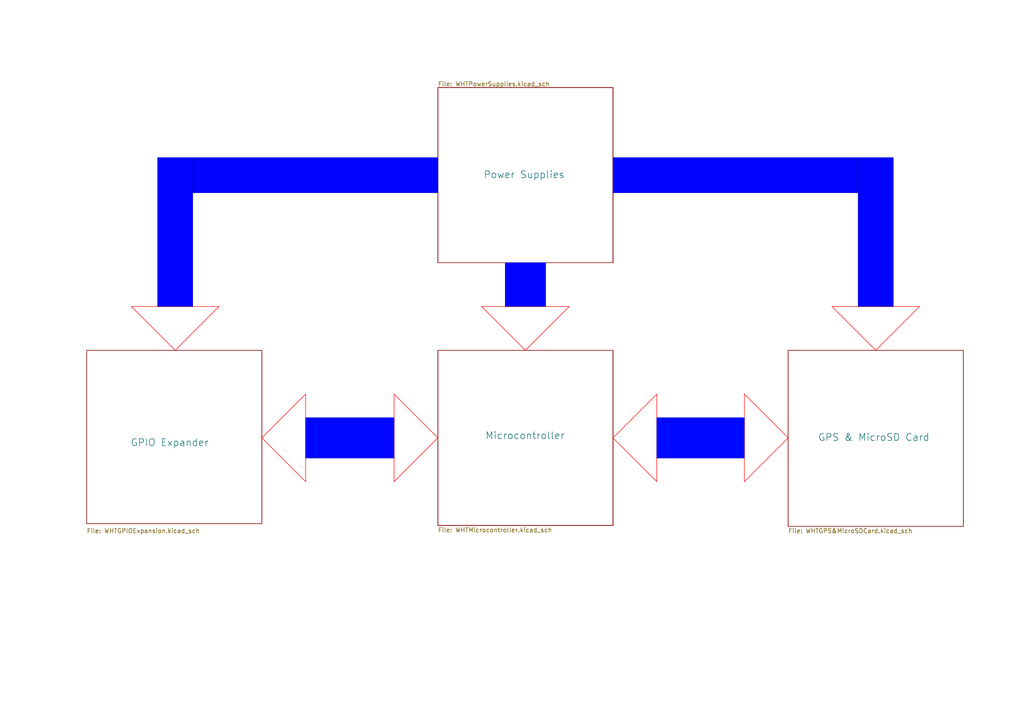
<source format=kicad_sch>
(kicad_sch
	(version 20250114)
	(generator "eeschema")
	(generator_version "9.0")
	(uuid "32fe81dd-e925-4e0d-92aa-c3f4fe38e8bd")
	(paper "A4")
	(title_block
		(title "Wiring Harness Tester")
		(date "2025-07-30")
		(rev "0.1")
		(company " (ohr nyir)- אוֹר נִיר")
		(comment 1 "Designed By - Jesupelumi")
	)
	(lib_symbols)
	(rectangle
		(start 190.5 121.158)
		(end 215.9 132.842)
		(stroke
			(width 0)
			(type solid)
		)
		(fill
			(type color)
			(color 0 8 255 1)
		)
		(uuid 16b82dfa-11a9-477b-98bb-3c0154f51327)
	)
	(rectangle
		(start 55.88 45.72)
		(end 127 55.88)
		(stroke
			(width 0)
			(type solid)
		)
		(fill
			(type color)
			(color 0 4 255 1)
		)
		(uuid 2dda0c83-5038-4dea-8105-c19cd2b462b9)
	)
	(rectangle
		(start 248.92 45.72)
		(end 259.08 88.9)
		(stroke
			(width 0)
			(type solid)
		)
		(fill
			(type color)
			(color 0 4 255 1)
		)
		(uuid 47fbf351-6260-4734-a5d3-9477c76ab64b)
	)
	(rectangle
		(start 88.646 121.158)
		(end 114.3 132.842)
		(stroke
			(width 0)
			(type solid)
		)
		(fill
			(type color)
			(color 0 6 255 1)
		)
		(uuid 84002af8-5423-408e-acf2-886a2bb3d8ed)
	)
	(rectangle
		(start 45.72 45.72)
		(end 55.88 88.9)
		(stroke
			(width 0)
			(type solid)
		)
		(fill
			(type color)
			(color 0 4 255 1)
		)
		(uuid bb2258a9-4251-409d-9c80-bbab0e602654)
	)
	(rectangle
		(start 177.8 45.72)
		(end 248.92 55.88)
		(stroke
			(width 0)
			(type solid)
		)
		(fill
			(type color)
			(color 0 4 255 1)
		)
		(uuid c99b6f72-1bc9-46ea-90a1-d30cec9ba930)
	)
	(rectangle
		(start 146.558 76.2)
		(end 158.242 88.9)
		(stroke
			(width 0)
			(type solid)
		)
		(fill
			(type color)
			(color 0 4 255 1)
		)
		(uuid d0f7f3bb-c804-48e4-9648-0bd41741cef3)
	)
	(polyline
		(pts
			(xy 241.3 88.9) (xy 254 101.6)
		)
		(stroke
			(width 0)
			(type solid)
			(color 255 0 0 1)
		)
		(uuid "090f786c-7913-4851-9dce-33caf8ecaaf3")
	)
	(polyline
		(pts
			(xy 50.8 101.6) (xy 63.5 88.9)
		)
		(stroke
			(width 0)
			(type solid)
			(color 255 4 0 1)
		)
		(uuid "0fdc5652-c014-4022-90cc-f21d4c539c5f")
	)
	(polyline
		(pts
			(xy 228.6 127) (xy 215.9 114.3)
		)
		(stroke
			(width 0)
			(type solid)
			(color 255 4 0 1)
		)
		(uuid "0ff1888b-8393-4f93-8443-f81f6e84c4f1")
	)
	(polyline
		(pts
			(xy 241.3 88.9) (xy 266.7 88.9)
		)
		(stroke
			(width 0)
			(type solid)
			(color 255 0 0 1)
		)
		(uuid "2e83fb6d-8b78-426c-be4e-a9658a76aee7")
	)
	(polyline
		(pts
			(xy 177.8 127) (xy 190.5 139.7)
		)
		(stroke
			(width 0)
			(type solid)
			(color 255 0 0 1)
		)
		(uuid "2f0fc09d-47b4-49ad-b29f-ae1cc2311061")
	)
	(polyline
		(pts
			(xy 88.646 114.3) (xy 88.646 139.7)
		)
		(stroke
			(width 0)
			(type solid)
			(color 255 0 0 1)
		)
		(uuid "315c7e2f-f760-4e4e-86cd-d7b0d7a40f42")
	)
	(polyline
		(pts
			(xy 215.9 139.7) (xy 228.6 127)
		)
		(stroke
			(width 0)
			(type solid)
			(color 255 4 0 1)
		)
		(uuid "326c9c7f-0313-4f8c-b442-af7bad1f16dc")
	)
	(polyline
		(pts
			(xy 75.946 127) (xy 88.646 139.7)
		)
		(stroke
			(width 0)
			(type solid)
			(color 255 0 0 1)
		)
		(uuid "3ab278af-f487-4a6b-ad4f-55137bb679ee")
	)
	(polyline
		(pts
			(xy 139.7 88.9) (xy 165.1 88.9)
		)
		(stroke
			(width 0)
			(type solid)
			(color 255 0 0 1)
		)
		(uuid "3ed1b386-3231-448d-be2c-e430ffbb04e5")
	)
	(polyline
		(pts
			(xy 38.1 88.9) (xy 63.5 88.9)
		)
		(stroke
			(width 0)
			(type solid)
			(color 255 4 0 1)
		)
		(uuid "45626292-92c6-4fbf-9681-bef4a9a2e740")
	)
	(polyline
		(pts
			(xy 139.7 88.9) (xy 152.4 101.6)
		)
		(stroke
			(width 0)
			(type solid)
			(color 255 0 0 1)
		)
		(uuid "4734c499-3c4d-4328-aef9-e49a1ae07e61")
	)
	(polyline
		(pts
			(xy 190.5 114.3) (xy 190.5 139.7)
		)
		(stroke
			(width 0)
			(type solid)
			(color 255 0 0 1)
		)
		(uuid "73b6ba5e-1f24-4bcb-b5c9-25e075b165f4")
	)
	(polyline
		(pts
			(xy 38.1 88.9) (xy 50.8 101.6)
		)
		(stroke
			(width 0)
			(type solid)
			(color 255 4 0 1)
		)
		(uuid "949eeaab-91c2-49c1-acfd-45f4490ce41e")
	)
	(polyline
		(pts
			(xy 190.5 114.3) (xy 177.8 127)
		)
		(stroke
			(width 0)
			(type solid)
			(color 255 0 0 1)
		)
		(uuid "a425025e-31c6-47aa-af5a-d58b652f98a9")
	)
	(polyline
		(pts
			(xy 254 101.6) (xy 266.7 88.9)
		)
		(stroke
			(width 0)
			(type solid)
			(color 255 0 0 1)
		)
		(uuid "a6880a02-2962-4978-af54-614fc6ded4a8")
	)
	(polyline
		(pts
			(xy 127 127) (xy 114.3 114.3)
		)
		(stroke
			(width 0)
			(type solid)
			(color 255 0 0 1)
		)
		(uuid "d3a33ec7-80c4-4b94-8dfa-a65d0e593428")
	)
	(polyline
		(pts
			(xy 114.3 139.7) (xy 127 127)
		)
		(stroke
			(width 0)
			(type solid)
			(color 255 0 0 1)
		)
		(uuid "dde570fb-3e11-4a0b-bf1d-d6e3e596716d")
	)
	(polyline
		(pts
			(xy 114.3 139.7) (xy 114.3 114.3)
		)
		(stroke
			(width 0)
			(type solid)
			(color 255 0 0 1)
		)
		(uuid "ed20f856-5688-4a81-8efa-bfa2fc8b14f7")
	)
	(polyline
		(pts
			(xy 88.646 114.3) (xy 75.946 127)
		)
		(stroke
			(width 0)
			(type solid)
			(color 255 0 0 1)
		)
		(uuid "f0266c3f-49a7-4fe4-b19b-743d04f401d3")
	)
	(polyline
		(pts
			(xy 152.4 101.6) (xy 165.1 88.9)
		)
		(stroke
			(width 0)
			(type solid)
			(color 255 0 0 1)
		)
		(uuid "f23c9467-d1fb-4a1b-833b-9d3a448ab151")
	)
	(polyline
		(pts
			(xy 215.9 139.7) (xy 215.9 114.3)
		)
		(stroke
			(width 0)
			(type solid)
			(color 255 4 0 1)
		)
		(uuid "f4decdac-1a46-45c0-a16d-c90a2a46a2df")
	)
	(sheet
		(at 127 25.4)
		(size 50.8 50.8)
		(exclude_from_sim no)
		(in_bom yes)
		(on_board yes)
		(dnp no)
		(stroke
			(width 0.1524)
			(type solid)
		)
		(fill
			(color 0 0 0 0.0000)
		)
		(uuid "55c8fa46-fb4e-4e35-85ba-da42d7a6a4ed")
		(property "Sheetname" "Power Supplies"
			(at 140.208 51.816 0)
			(effects
				(font
					(size 2.032 2.032)
				)
				(justify left bottom)
			)
		)
		(property "Sheetfile" "WHTPowerSupplies.kicad_sch"
			(at 127 23.622 0)
			(effects
				(font
					(size 1.27 1.27)
				)
				(justify left top)
			)
		)
		(instances
			(project "Wiring Harness Tester"
				(path "/32fe81dd-e925-4e0d-92aa-c3f4fe38e8bd"
					(page "2")
				)
			)
		)
	)
	(sheet
		(at 25.146 101.6)
		(size 50.8 50.292)
		(exclude_from_sim no)
		(in_bom yes)
		(on_board yes)
		(dnp no)
		(stroke
			(width 0.1524)
			(type solid)
		)
		(fill
			(color 0 0 0 0.0000)
		)
		(uuid "59679f24-c373-4bcb-9774-dea25961e9df")
		(property "Sheetname" "GPIO Expander"
			(at 37.846 129.54 0)
			(effects
				(font
					(size 2.032 2.032)
				)
				(justify left bottom)
			)
		)
		(property "Sheetfile" "WHTGPIOExpansion.kicad_sch"
			(at 25.146 153.2386 0)
			(effects
				(font
					(size 1.27 1.27)
				)
				(justify left top)
			)
		)
		(instances
			(project "Wiring Harness Tester"
				(path "/32fe81dd-e925-4e0d-92aa-c3f4fe38e8bd"
					(page "4")
				)
			)
		)
	)
	(sheet
		(at 127 101.6)
		(size 50.8 50.8)
		(exclude_from_sim no)
		(in_bom yes)
		(on_board yes)
		(dnp no)
		(stroke
			(width 0.1524)
			(type solid)
		)
		(fill
			(color 0 0 0 0.0000)
		)
		(uuid "da842af6-c27a-40b6-803d-5ac80f894216")
		(property "Sheetname" "Microcontroller"
			(at 140.716 127.508 0)
			(effects
				(font
					(size 2.032 2.032)
				)
				(justify left bottom)
			)
		)
		(property "Sheetfile" "WHTMicrocontroller.kicad_sch"
			(at 127 152.9846 0)
			(effects
				(font
					(size 1.27 1.27)
				)
				(justify left top)
			)
		)
		(instances
			(project "Wiring Harness Tester"
				(path "/32fe81dd-e925-4e0d-92aa-c3f4fe38e8bd"
					(page "3")
				)
			)
		)
	)
	(sheet
		(at 228.6 101.6)
		(size 50.8 51.054)
		(exclude_from_sim no)
		(in_bom yes)
		(on_board yes)
		(dnp no)
		(stroke
			(width 0.1524)
			(type solid)
		)
		(fill
			(color 0 0 0 0.0000)
		)
		(uuid "f0cb196c-0ef5-42a1-b6b6-a82034acd10c")
		(property "Sheetname" "GPS & MicroSD Card"
			(at 237.236 128.016 0)
			(effects
				(font
					(size 2.032 2.032)
				)
				(justify left bottom)
			)
		)
		(property "Sheetfile" "WHTGPS&MicroSDCard.kicad_sch"
			(at 228.6 153.2386 0)
			(effects
				(font
					(size 1.27 1.27)
				)
				(justify left top)
			)
		)
		(instances
			(project "Wiring Harness Tester"
				(path "/32fe81dd-e925-4e0d-92aa-c3f4fe38e8bd"
					(page "5")
				)
			)
		)
	)
	(sheet_instances
		(path "/"
			(page "1")
		)
	)
	(embedded_fonts no)
)

</source>
